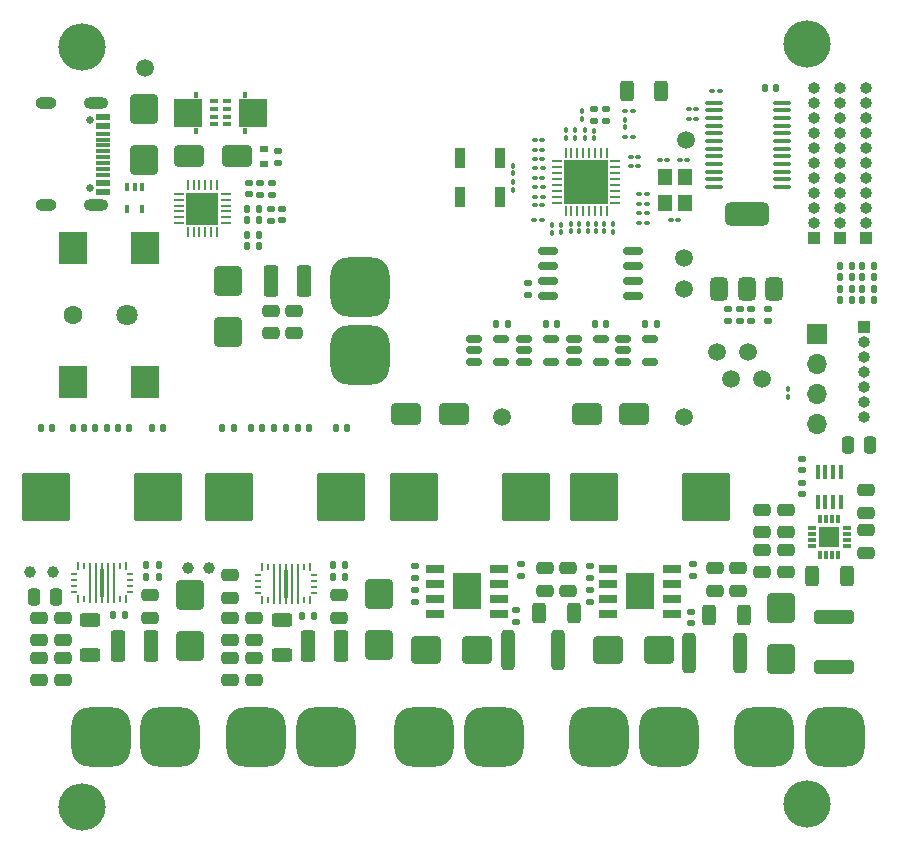
<source format=gbr>
%TF.GenerationSoftware,KiCad,Pcbnew,9.0.0*%
%TF.CreationDate,2025-08-15T19:16:38+03:00*%
%TF.ProjectId,USB-PD-Voltage-supply,5553422d-5044-42d5-966f-6c746167652d,rev?*%
%TF.SameCoordinates,Original*%
%TF.FileFunction,Soldermask,Top*%
%TF.FilePolarity,Negative*%
%FSLAX46Y46*%
G04 Gerber Fmt 4.6, Leading zero omitted, Abs format (unit mm)*
G04 Created by KiCad (PCBNEW 9.0.0) date 2025-08-15 19:16:38*
%MOMM*%
%LPD*%
G01*
G04 APERTURE LIST*
G04 Aperture macros list*
%AMRoundRect*
0 Rectangle with rounded corners*
0 $1 Rounding radius*
0 $2 $3 $4 $5 $6 $7 $8 $9 X,Y pos of 4 corners*
0 Add a 4 corners polygon primitive as box body*
4,1,4,$2,$3,$4,$5,$6,$7,$8,$9,$2,$3,0*
0 Add four circle primitives for the rounded corners*
1,1,$1+$1,$2,$3*
1,1,$1+$1,$4,$5*
1,1,$1+$1,$6,$7*
1,1,$1+$1,$8,$9*
0 Add four rect primitives between the rounded corners*
20,1,$1+$1,$2,$3,$4,$5,0*
20,1,$1+$1,$4,$5,$6,$7,0*
20,1,$1+$1,$6,$7,$8,$9,0*
20,1,$1+$1,$8,$9,$2,$3,0*%
G04 Aperture macros list end*
%ADD10RoundRect,0.250000X-0.900000X1.000000X-0.900000X-1.000000X0.900000X-1.000000X0.900000X1.000000X0*%
%ADD11RoundRect,0.100000X-0.130000X-0.100000X0.130000X-0.100000X0.130000X0.100000X-0.130000X0.100000X0*%
%ADD12C,1.500000*%
%ADD13RoundRect,0.140000X-0.140000X-0.170000X0.140000X-0.170000X0.140000X0.170000X-0.140000X0.170000X0*%
%ADD14R,0.750000X0.400000*%
%ADD15R,2.400000X2.450000*%
%ADD16R,0.400000X0.530000*%
%ADD17RoundRect,0.100000X0.130000X0.100000X-0.130000X0.100000X-0.130000X-0.100000X0.130000X-0.100000X0*%
%ADD18C,0.600000*%
%ADD19RoundRect,1.500000X-1.000000X-1.000000X1.000000X-1.000000X1.000000X1.000000X-1.000000X1.000000X0*%
%ADD20RoundRect,0.135000X0.185000X-0.135000X0.185000X0.135000X-0.185000X0.135000X-0.185000X-0.135000X0*%
%ADD21R,1.000000X1.000000*%
%ADD22O,1.000000X1.000000*%
%ADD23RoundRect,0.140000X0.140000X0.170000X-0.140000X0.170000X-0.140000X-0.170000X0.140000X-0.170000X0*%
%ADD24R,0.800000X0.300000*%
%ADD25R,0.300000X0.800000*%
%ADD26R,1.750000X1.750000*%
%ADD27RoundRect,0.150000X-0.512500X-0.150000X0.512500X-0.150000X0.512500X0.150000X-0.512500X0.150000X0*%
%ADD28RoundRect,0.135000X-0.185000X0.135000X-0.185000X-0.135000X0.185000X-0.135000X0.185000X0.135000X0*%
%ADD29RoundRect,0.250000X1.000000X0.650000X-1.000000X0.650000X-1.000000X-0.650000X1.000000X-0.650000X0*%
%ADD30RoundRect,0.135000X0.135000X0.185000X-0.135000X0.185000X-0.135000X-0.185000X0.135000X-0.185000X0*%
%ADD31RoundRect,0.100000X-0.100000X0.130000X-0.100000X-0.130000X0.100000X-0.130000X0.100000X0.130000X0*%
%ADD32RoundRect,0.147500X0.147500X0.172500X-0.147500X0.172500X-0.147500X-0.172500X0.147500X-0.172500X0*%
%ADD33R,0.900000X1.700000*%
%ADD34C,0.650000*%
%ADD35R,1.240000X0.600000*%
%ADD36R,1.240000X0.300000*%
%ADD37O,2.100000X1.000000*%
%ADD38O,1.800000X1.000000*%
%ADD39RoundRect,0.250000X-0.475000X0.250000X-0.475000X-0.250000X0.475000X-0.250000X0.475000X0.250000X0*%
%ADD40O,4.000000X4.000000*%
%ADD41C,1.000000*%
%ADD42RoundRect,0.140000X-0.170000X0.140000X-0.170000X-0.140000X0.170000X-0.140000X0.170000X0.140000X0*%
%ADD43RoundRect,0.135000X-0.135000X-0.185000X0.135000X-0.185000X0.135000X0.185000X-0.135000X0.185000X0*%
%ADD44RoundRect,0.250000X0.475000X-0.250000X0.475000X0.250000X-0.475000X0.250000X-0.475000X-0.250000X0*%
%ADD45RoundRect,0.250000X0.900000X-1.000000X0.900000X1.000000X-0.900000X1.000000X-0.900000X-1.000000X0*%
%ADD46RoundRect,0.250002X1.799998X1.799998X-1.799998X1.799998X-1.799998X-1.799998X1.799998X-1.799998X0*%
%ADD47RoundRect,0.250000X-0.375000X-1.075000X0.375000X-1.075000X0.375000X1.075000X-0.375000X1.075000X0*%
%ADD48RoundRect,0.250000X-0.625000X0.312500X-0.625000X-0.312500X0.625000X-0.312500X0.625000X0.312500X0*%
%ADD49RoundRect,0.100000X0.100000X-0.130000X0.100000X0.130000X-0.100000X0.130000X-0.100000X-0.130000X0*%
%ADD50R,1.525000X0.650000*%
%ADD51R,2.400000X3.100000*%
%ADD52RoundRect,0.100000X-0.100000X0.225000X-0.100000X-0.225000X0.100000X-0.225000X0.100000X0.225000X0*%
%ADD53RoundRect,0.375000X0.375000X-0.625000X0.375000X0.625000X-0.375000X0.625000X-0.375000X-0.625000X0*%
%ADD54RoundRect,0.500000X1.400000X-0.500000X1.400000X0.500000X-1.400000X0.500000X-1.400000X-0.500000X0*%
%ADD55RoundRect,1.500000X1.000000X-1.000000X1.000000X1.000000X-1.000000X1.000000X-1.000000X-1.000000X0*%
%ADD56RoundRect,0.250000X-0.312500X-0.625000X0.312500X-0.625000X0.312500X0.625000X-0.312500X0.625000X0*%
%ADD57R,0.600000X0.250000*%
%ADD58R,0.250000X0.650000*%
%ADD59R,0.250000X0.600000*%
%ADD60R,0.250000X3.400000*%
%ADD61R,0.250000X0.525000*%
%ADD62R,0.330000X2.350000*%
%ADD63RoundRect,0.250000X-1.000000X-0.900000X1.000000X-0.900000X1.000000X0.900000X-1.000000X0.900000X0*%
%ADD64RoundRect,0.100000X-0.637500X-0.100000X0.637500X-0.100000X0.637500X0.100000X-0.637500X0.100000X0*%
%ADD65RoundRect,0.062500X-0.350000X-0.062500X0.350000X-0.062500X0.350000X0.062500X-0.350000X0.062500X0*%
%ADD66RoundRect,0.062500X-0.062500X-0.350000X0.062500X-0.350000X0.062500X0.350000X-0.062500X0.350000X0*%
%ADD67R,2.700000X2.700000*%
%ADD68R,0.800000X0.550000*%
%ADD69RoundRect,0.250000X-0.250000X-0.475000X0.250000X-0.475000X0.250000X0.475000X-0.250000X0.475000X0*%
%ADD70RoundRect,0.250000X-1.450000X0.312500X-1.450000X-0.312500X1.450000X-0.312500X1.450000X0.312500X0*%
%ADD71RoundRect,0.250002X-1.799998X-1.799998X1.799998X-1.799998X1.799998X1.799998X-1.799998X1.799998X0*%
%ADD72RoundRect,0.140000X0.170000X-0.140000X0.170000X0.140000X-0.170000X0.140000X-0.170000X-0.140000X0*%
%ADD73RoundRect,0.162500X0.650000X0.162500X-0.650000X0.162500X-0.650000X-0.162500X0.650000X-0.162500X0*%
%ADD74RoundRect,0.250000X-1.000000X-0.650000X1.000000X-0.650000X1.000000X0.650000X-1.000000X0.650000X0*%
%ADD75RoundRect,0.250000X0.312500X1.450000X-0.312500X1.450000X-0.312500X-1.450000X0.312500X-1.450000X0*%
%ADD76RoundRect,0.250000X0.250000X0.475000X-0.250000X0.475000X-0.250000X-0.475000X0.250000X-0.475000X0*%
%ADD77RoundRect,0.147500X-0.172500X0.147500X-0.172500X-0.147500X0.172500X-0.147500X0.172500X0.147500X0*%
%ADD78RoundRect,0.250000X0.312500X0.625000X-0.312500X0.625000X-0.312500X-0.625000X0.312500X-0.625000X0*%
%ADD79R,0.450000X1.200000*%
%ADD80RoundRect,0.062500X-0.062500X0.337500X-0.062500X-0.337500X0.062500X-0.337500X0.062500X0.337500X0*%
%ADD81RoundRect,0.062500X-0.337500X0.062500X-0.337500X-0.062500X0.337500X-0.062500X0.337500X0.062500X0*%
%ADD82R,3.700000X3.700000*%
%ADD83R,1.200000X1.400000*%
%ADD84C,1.600000*%
%ADD85C,1.800000*%
%ADD86R,2.400000X2.800000*%
%ADD87R,1.700000X1.700000*%
%ADD88O,1.700000X1.700000*%
G04 APERTURE END LIST*
D10*
%TO.C,D13*%
X134400000Y-111950000D03*
X134400000Y-116250000D03*
%TD*%
D11*
%TO.C,R28*%
X176600000Y-70800000D03*
X177240000Y-70800000D03*
%TD*%
D10*
%TO.C,D14*%
X150400000Y-111850000D03*
X150400000Y-116150000D03*
%TD*%
D12*
%TO.C,TP3*%
X176200000Y-86000000D03*
%TD*%
D13*
%TO.C,C52*%
X137120000Y-97800000D03*
X138080000Y-97800000D03*
%TD*%
D14*
%TO.C,Q1*%
X136425000Y-72075000D03*
X136425000Y-71425000D03*
X136425000Y-70775000D03*
X136425000Y-70125000D03*
D15*
X134200000Y-71100000D03*
D16*
X134900000Y-72590000D03*
X134900000Y-69610000D03*
%TD*%
D17*
%TO.C,C14*%
X164240000Y-75800000D03*
X163600000Y-75800000D03*
%TD*%
D11*
%TO.C,R9*%
X163560000Y-74200000D03*
X164200000Y-74200000D03*
%TD*%
D18*
%TO.C,TP25*%
X173200000Y-123150000D03*
X173200000Y-123800000D03*
X173200000Y-124450000D03*
X173350000Y-125200000D03*
X173550000Y-122500000D03*
X173950000Y-125700000D03*
X174200000Y-122000000D03*
D19*
X174950000Y-123900000D03*
D18*
X174950000Y-125850000D03*
X175000000Y-121850000D03*
X175750000Y-122000000D03*
X176100000Y-125650000D03*
X176350000Y-122500000D03*
X176500000Y-125100000D03*
X176700000Y-123150000D03*
X176700000Y-123800000D03*
X176700000Y-124450000D03*
%TD*%
D20*
%TO.C,R53*%
X153400000Y-110510000D03*
X153400000Y-109490000D03*
%TD*%
D21*
%TO.C,J6*%
X189400000Y-81700000D03*
D22*
X189400000Y-80430000D03*
X189400000Y-79160000D03*
X189400000Y-77890000D03*
X189400000Y-76620000D03*
X189400000Y-75350000D03*
X189400000Y-74080000D03*
X189400000Y-72810000D03*
X189400000Y-71540000D03*
X189400000Y-70270000D03*
X189400000Y-69000000D03*
%TD*%
D23*
%TO.C,C27*%
X161280000Y-89000000D03*
X160320000Y-89000000D03*
%TD*%
D21*
%TO.C,J7*%
X191600000Y-81700000D03*
D22*
X191600000Y-80430000D03*
X191600000Y-79160000D03*
X191600000Y-77890000D03*
X191600000Y-76620000D03*
X191600000Y-75350000D03*
X191600000Y-74080000D03*
X191600000Y-72810000D03*
X191600000Y-71540000D03*
X191600000Y-70270000D03*
X191600000Y-69000000D03*
%TD*%
D18*
%TO.C,TP18*%
X125050000Y-123200000D03*
X125050000Y-123850000D03*
X125050000Y-124500000D03*
X125200000Y-125250000D03*
X125400000Y-122550000D03*
X125800000Y-125750000D03*
X126050000Y-122050000D03*
D19*
X126800000Y-123950000D03*
D18*
X126800000Y-125900000D03*
X126850000Y-121900000D03*
X127600000Y-122050000D03*
X127950000Y-125700000D03*
X128200000Y-122550000D03*
X128350000Y-125150000D03*
X128550000Y-123200000D03*
X128550000Y-123850000D03*
X128550000Y-124500000D03*
%TD*%
D24*
%TO.C,DA1*%
X190000000Y-107750000D03*
X190000000Y-107250000D03*
X190000000Y-106750000D03*
X190000000Y-106250000D03*
D25*
X189250000Y-105500000D03*
X188750000Y-105500000D03*
X188250000Y-105500000D03*
X187750000Y-105500000D03*
D24*
X187000000Y-106250000D03*
X187000000Y-106750000D03*
X187000000Y-107250000D03*
X187000000Y-107750000D03*
D25*
X187750000Y-108500000D03*
X188250000Y-108500000D03*
X188750000Y-108500000D03*
X189250000Y-108500000D03*
D26*
X188500000Y-107000000D03*
%TD*%
D27*
%TO.C,U7*%
X162662500Y-90250000D03*
X162662500Y-91200000D03*
X162662500Y-92150000D03*
X164937500Y-92150000D03*
X164937500Y-90250000D03*
%TD*%
D28*
%TO.C,R33*%
X140325000Y-76990000D03*
X140325000Y-78010000D03*
%TD*%
D29*
%TO.C,D8*%
X138325000Y-74750000D03*
X134325000Y-74750000D03*
%TD*%
D17*
%TO.C,R35*%
X164200000Y-78900000D03*
X163560000Y-78900000D03*
%TD*%
D30*
%TO.C,R46*%
X128910000Y-113600000D03*
X127890000Y-113600000D03*
%TD*%
D31*
%TO.C,R24*%
X168750000Y-80480000D03*
X168750000Y-81120000D03*
%TD*%
D10*
%TO.C,D1*%
X130500000Y-70750000D03*
X130500000Y-75050000D03*
%TD*%
D32*
%TO.C,D5*%
X192245000Y-85975000D03*
X191275000Y-85975000D03*
%TD*%
D11*
%TO.C,R14*%
X163520000Y-80200000D03*
X164160000Y-80200000D03*
%TD*%
D31*
%TO.C,C15*%
X165000000Y-80600000D03*
X165000000Y-81240000D03*
%TD*%
D33*
%TO.C,SW2*%
X157200000Y-78250000D03*
X160600000Y-78250000D03*
%TD*%
D32*
%TO.C,D7*%
X192245000Y-84075000D03*
X191275000Y-84075000D03*
%TD*%
D34*
%TO.C,J4*%
X125905000Y-71710000D03*
X125905000Y-77490000D03*
D35*
X127025000Y-71400000D03*
X127025000Y-72200000D03*
D36*
X127025000Y-73350000D03*
X127025000Y-74350000D03*
X127025000Y-74850000D03*
X127025000Y-75850000D03*
D35*
X127025000Y-77000000D03*
X127025000Y-77800000D03*
X127025000Y-77800000D03*
X127025000Y-77000000D03*
D36*
X127025000Y-76350000D03*
X127025000Y-75350000D03*
X127025000Y-73850000D03*
X127025000Y-72850000D03*
D35*
X127025000Y-72200000D03*
X127025000Y-71400000D03*
D37*
X126425000Y-70280000D03*
D38*
X122225000Y-70280000D03*
D37*
X126425000Y-78920000D03*
D38*
X122225000Y-78920000D03*
%TD*%
D39*
%TO.C,C59*%
X182800000Y-108100000D03*
X182800000Y-110000000D03*
%TD*%
D28*
%TO.C,R32*%
X141325000Y-76990000D03*
X141325000Y-78010000D03*
%TD*%
D40*
%TO.C,*%
X186600000Y-129619560D03*
%TD*%
D17*
%TO.C,R5*%
X173040000Y-78800000D03*
X172400000Y-78800000D03*
%TD*%
D41*
%TO.C,TP11*%
X120800000Y-110000000D03*
%TD*%
D42*
%TO.C,C7*%
X183300000Y-87734123D03*
X183300000Y-88694123D03*
%TD*%
D27*
%TO.C,U9*%
X166862500Y-90250000D03*
X166862500Y-91200000D03*
X166862500Y-92150000D03*
X169137500Y-92150000D03*
X169137500Y-90250000D03*
%TD*%
D18*
%TO.C,TP20*%
X138250000Y-123150000D03*
X138250000Y-123800000D03*
X138250000Y-124450000D03*
X138400000Y-125200000D03*
X138600000Y-122500000D03*
X139000000Y-125700000D03*
X139250000Y-122000000D03*
D19*
X140000000Y-123900000D03*
D18*
X140000000Y-125850000D03*
X140050000Y-121850000D03*
X140800000Y-122000000D03*
X141150000Y-125650000D03*
X141400000Y-122500000D03*
X141550000Y-125100000D03*
X141750000Y-123150000D03*
X141750000Y-123800000D03*
X141750000Y-124450000D03*
%TD*%
D43*
%TO.C,R42*%
X130690000Y-109400000D03*
X131710000Y-109400000D03*
%TD*%
D44*
%TO.C,C75*%
X178800000Y-111550000D03*
X178800000Y-109650000D03*
%TD*%
D45*
%TO.C,D2*%
X137600000Y-89650000D03*
X137600000Y-85350000D03*
%TD*%
D44*
%TO.C,C65*%
X182800000Y-106600000D03*
X182800000Y-104700000D03*
%TD*%
%TO.C,C78*%
X131000000Y-113850000D03*
X131000000Y-111950000D03*
%TD*%
D46*
%TO.C,L5*%
X147200000Y-103600000D03*
X137700000Y-103600000D03*
%TD*%
D47*
%TO.C,F1*%
X141217446Y-85353152D03*
X144017446Y-85353152D03*
%TD*%
D17*
%TO.C,L2*%
X174790000Y-75100000D03*
X174150000Y-75100000D03*
%TD*%
D48*
%TO.C,R50*%
X125900000Y-114037500D03*
X125900000Y-116962500D03*
%TD*%
D44*
%TO.C,C79*%
X147000000Y-113850000D03*
X147000000Y-111950000D03*
%TD*%
D23*
%TO.C,C44*%
X147680000Y-97800000D03*
X146720000Y-97800000D03*
%TD*%
D20*
%TO.C,R55*%
X168200000Y-110510000D03*
X168200000Y-109490000D03*
%TD*%
D41*
%TO.C,TP14*%
X136000000Y-109600000D03*
%TD*%
D32*
%TO.C,D4*%
X192245000Y-86925000D03*
X191275000Y-86925000D03*
%TD*%
D27*
%TO.C,U6*%
X158462500Y-90250000D03*
X158462500Y-91200000D03*
X158462500Y-92150000D03*
X160737500Y-92150000D03*
X160737500Y-90250000D03*
%TD*%
D20*
%TO.C,R39*%
X141800000Y-75310000D03*
X141800000Y-74290000D03*
%TD*%
D18*
%TO.C,TP17*%
X130900000Y-123150000D03*
X130900000Y-123800000D03*
X130900000Y-124450000D03*
X131050000Y-125200000D03*
X131250000Y-122500000D03*
X131650000Y-125700000D03*
X131900000Y-122000000D03*
D19*
X132650000Y-123900000D03*
D18*
X132650000Y-125850000D03*
X132700000Y-121850000D03*
X133450000Y-122000000D03*
X133800000Y-125650000D03*
X134050000Y-122500000D03*
X134200000Y-125100000D03*
X134400000Y-123150000D03*
X134400000Y-123800000D03*
X134400000Y-124450000D03*
%TD*%
D17*
%TO.C,R4*%
X173040000Y-79600000D03*
X172400000Y-79600000D03*
%TD*%
D30*
%TO.C,R48*%
X127310000Y-97800000D03*
X126290000Y-97800000D03*
%TD*%
D44*
%TO.C,C49*%
X191600000Y-104950000D03*
X191600000Y-103050000D03*
%TD*%
D18*
%TO.C,TP23*%
X158400000Y-123150000D03*
X158400000Y-123800000D03*
X158400000Y-124450000D03*
X158550000Y-125200000D03*
X158750000Y-122500000D03*
X159150000Y-125700000D03*
X159400000Y-122000000D03*
D19*
X160150000Y-123900000D03*
D18*
X160150000Y-125850000D03*
X160200000Y-121850000D03*
X160950000Y-122000000D03*
X161300000Y-125650000D03*
X161550000Y-122500000D03*
X161700000Y-125100000D03*
X161900000Y-123150000D03*
X161900000Y-123800000D03*
X161900000Y-124450000D03*
%TD*%
D44*
%TO.C,C68*%
X139800000Y-115750000D03*
X139800000Y-113850000D03*
%TD*%
D39*
%TO.C,C72*%
X184800000Y-108100000D03*
X184800000Y-110000000D03*
%TD*%
D31*
%TO.C,R26*%
X170150000Y-80500000D03*
X170150000Y-81140000D03*
%TD*%
D49*
%TO.C,R31*%
X161700000Y-77620000D03*
X161700000Y-76980000D03*
%TD*%
D14*
%TO.C,Q2*%
X137487090Y-70124304D03*
X137487090Y-70774304D03*
X137487090Y-71424304D03*
X137487090Y-72074304D03*
D15*
X139712090Y-71099304D03*
D16*
X139012090Y-69609304D03*
X139012090Y-72589304D03*
%TD*%
D12*
%TO.C,TP7*%
X130600000Y-67300000D03*
%TD*%
D11*
%TO.C,C18*%
X171225000Y-70900000D03*
X171865000Y-70900000D03*
%TD*%
D40*
%TO.C,*%
X125200000Y-65500000D03*
%TD*%
D44*
%TO.C,C53*%
X123600000Y-115750000D03*
X123600000Y-113850000D03*
%TD*%
%TO.C,C71*%
X180800000Y-111550000D03*
X180800000Y-109650000D03*
%TD*%
D31*
%TO.C,R7*%
X167000000Y-72560000D03*
X167000000Y-73200000D03*
%TD*%
D23*
%TO.C,C31*%
X169600000Y-89000000D03*
X168640000Y-89000000D03*
%TD*%
D47*
%TO.C,F2*%
X128300000Y-116200000D03*
X131100000Y-116200000D03*
%TD*%
D11*
%TO.C,R2*%
X172400000Y-78000000D03*
X173040000Y-78000000D03*
%TD*%
D31*
%TO.C,C17*%
X165800000Y-80560000D03*
X165800000Y-81200000D03*
%TD*%
%TO.C,R22*%
X167350000Y-80480000D03*
X167350000Y-81120000D03*
%TD*%
D32*
%TO.C,D6*%
X192245000Y-85025000D03*
X191275000Y-85025000D03*
%TD*%
D50*
%TO.C,U12*%
X160512000Y-113505000D03*
X160512000Y-112235000D03*
X160512000Y-110965000D03*
X160512000Y-109695000D03*
X155088000Y-109695000D03*
X155088000Y-110965000D03*
X155088000Y-112235000D03*
X155088000Y-113505000D03*
D51*
X157800000Y-111600000D03*
%TD*%
D44*
%TO.C,C42*%
X137800000Y-112150000D03*
X137800000Y-110250000D03*
%TD*%
D52*
%TO.C,D3*%
X130350000Y-77350000D03*
X129700000Y-77350000D03*
X129050000Y-77350000D03*
X129050000Y-79250000D03*
X130350000Y-79250000D03*
%TD*%
D12*
%TO.C,TP4*%
X182800000Y-93600000D03*
%TD*%
D53*
%TO.C,U1*%
X179200000Y-85975000D03*
X181500000Y-85975000D03*
D54*
X181500000Y-79675000D03*
D53*
X183800000Y-85975000D03*
%TD*%
D18*
%TO.C,TP16*%
X148000000Y-93350000D03*
X148650000Y-93350000D03*
X149300000Y-93350000D03*
X150050000Y-93200000D03*
X147350000Y-93000000D03*
X150550000Y-92600000D03*
X146850000Y-92350000D03*
D55*
X148750000Y-91600000D03*
D18*
X150700000Y-91600000D03*
X146700000Y-91550000D03*
X146850000Y-90800000D03*
X150500000Y-90450000D03*
X147350000Y-90200000D03*
X149950000Y-90050000D03*
X148000000Y-89850000D03*
X148650000Y-89850000D03*
X149300000Y-89850000D03*
%TD*%
D39*
%TO.C,C77*%
X141200000Y-87850000D03*
X141200000Y-89750000D03*
%TD*%
D56*
%TO.C,R58*%
X178337500Y-113600000D03*
X181262500Y-113600000D03*
%TD*%
D41*
%TO.C,TP12*%
X122800000Y-110000000D03*
%TD*%
D30*
%TO.C,R36*%
X140220000Y-79200000D03*
X139200000Y-79200000D03*
%TD*%
D28*
%TO.C,R38*%
X141200000Y-79200000D03*
X141200000Y-80220000D03*
%TD*%
D31*
%TO.C,R25*%
X169450000Y-80480000D03*
X169450000Y-81120000D03*
%TD*%
D57*
%TO.C,U10*%
X129325000Y-111615000D03*
X129325000Y-111115000D03*
X129325000Y-110615000D03*
X129325000Y-110115000D03*
D58*
X128965000Y-109490000D03*
D59*
X128465000Y-109465000D03*
D60*
X127965000Y-110865000D03*
X127465000Y-110865000D03*
D61*
X126925000Y-109427000D03*
D60*
X126385000Y-110865000D03*
X125885000Y-110865000D03*
D59*
X125385000Y-109465000D03*
D58*
X124885000Y-109490000D03*
D57*
X124525000Y-110115000D03*
X124525000Y-110615000D03*
X124525000Y-111115000D03*
X124525000Y-111615000D03*
D58*
X124885000Y-112240000D03*
D59*
X125385000Y-112265000D03*
X128465000Y-112265000D03*
D58*
X128965000Y-112240000D03*
D62*
X126925000Y-110865000D03*
D61*
X126925000Y-112303000D03*
%TD*%
D63*
%TO.C,D16*%
X154350000Y-116600000D03*
X158650000Y-116600000D03*
%TD*%
D11*
%TO.C,R29*%
X176600000Y-71600000D03*
X177240000Y-71600000D03*
%TD*%
D64*
%TO.C,U4*%
X178737500Y-70225000D03*
X178737500Y-70875000D03*
X178737500Y-71525000D03*
X178737500Y-72175000D03*
X178737500Y-72825000D03*
X178737500Y-73475000D03*
X178737500Y-74125000D03*
X178737500Y-74775000D03*
X178737500Y-75425000D03*
X178737500Y-76075000D03*
X178737500Y-76725000D03*
X178737500Y-77375000D03*
X184462500Y-77375000D03*
X184462500Y-76725000D03*
X184462500Y-76075000D03*
X184462500Y-75425000D03*
X184462500Y-74775000D03*
X184462500Y-74125000D03*
X184462500Y-73475000D03*
X184462500Y-72825000D03*
X184462500Y-72175000D03*
X184462500Y-71525000D03*
X184462500Y-70875000D03*
X184462500Y-70225000D03*
%TD*%
D28*
%TO.C,R45*%
X177000000Y-109290000D03*
X177000000Y-110310000D03*
%TD*%
D57*
%TO.C,U11*%
X144900000Y-111700000D03*
X144900000Y-111200000D03*
X144900000Y-110700000D03*
X144900000Y-110200000D03*
D58*
X144540000Y-109575000D03*
D59*
X144040000Y-109550000D03*
D60*
X143540000Y-110950000D03*
X143040000Y-110950000D03*
D61*
X142500000Y-109512000D03*
D60*
X141960000Y-110950000D03*
X141460000Y-110950000D03*
D59*
X140960000Y-109550000D03*
D58*
X140460000Y-109575000D03*
D57*
X140100000Y-110200000D03*
X140100000Y-110700000D03*
X140100000Y-111200000D03*
X140100000Y-111700000D03*
D58*
X140460000Y-112325000D03*
D59*
X140960000Y-112350000D03*
X144040000Y-112350000D03*
D58*
X144540000Y-112325000D03*
D62*
X142500000Y-110950000D03*
D61*
X142500000Y-112388000D03*
%TD*%
D42*
%TO.C,C12*%
X181900000Y-87734123D03*
X181900000Y-88694123D03*
%TD*%
D65*
%TO.C,U3*%
X133462500Y-77937500D03*
X133462500Y-78437500D03*
X133462500Y-78937500D03*
X133462500Y-79437500D03*
X133462500Y-79937500D03*
X133462500Y-80437500D03*
D66*
X134175000Y-81150000D03*
X134675000Y-81150000D03*
X135175000Y-81150000D03*
X135675000Y-81150000D03*
X136175000Y-81150000D03*
X136675000Y-81150000D03*
D65*
X137387500Y-80437500D03*
X137387500Y-79937500D03*
X137387500Y-79437500D03*
X137387500Y-78937500D03*
X137387500Y-78437500D03*
X137387500Y-77937500D03*
D66*
X136675000Y-77225000D03*
X136175000Y-77225000D03*
X135675000Y-77225000D03*
X135175000Y-77225000D03*
X134675000Y-77225000D03*
X134175000Y-77225000D03*
D67*
X135425000Y-79187500D03*
%TD*%
D28*
%TO.C,R44*%
X162400000Y-109290000D03*
X162400000Y-110310000D03*
%TD*%
D68*
%TO.C,D9*%
X140600000Y-74162500D03*
X140600000Y-75412500D03*
%TD*%
D69*
%TO.C,C3*%
X190050000Y-99200000D03*
X191950000Y-99200000D03*
%TD*%
D12*
%TO.C,TP6*%
X178984913Y-91344611D03*
%TD*%
D11*
%TO.C,R27*%
X178600000Y-69200000D03*
X179240000Y-69200000D03*
%TD*%
D44*
%TO.C,C66*%
X121600000Y-115750000D03*
X121600000Y-113850000D03*
%TD*%
D30*
%TO.C,R19*%
X190387500Y-85025000D03*
X189367500Y-85025000D03*
%TD*%
D44*
%TO.C,C74*%
X164400000Y-111550000D03*
X164400000Y-109650000D03*
%TD*%
D30*
%TO.C,R20*%
X190387500Y-84075000D03*
X189367500Y-84075000D03*
%TD*%
D42*
%TO.C,C10*%
X180900000Y-87734123D03*
X180900000Y-88694123D03*
%TD*%
D43*
%TO.C,R37*%
X139200000Y-80200000D03*
X140220000Y-80200000D03*
%TD*%
D70*
%TO.C,F4*%
X188900000Y-113762500D03*
X188900000Y-118037500D03*
%TD*%
D21*
%TO.C,J5*%
X187200000Y-81700000D03*
D22*
X187200000Y-80430000D03*
X187200000Y-79160000D03*
X187200000Y-77890000D03*
X187200000Y-76620000D03*
X187200000Y-75350000D03*
X187200000Y-74080000D03*
X187200000Y-72810000D03*
X187200000Y-71540000D03*
X187200000Y-70270000D03*
X187200000Y-69000000D03*
%TD*%
D49*
%TO.C,L3*%
X171200000Y-72320000D03*
X171200000Y-71680000D03*
%TD*%
D12*
%TO.C,TP2*%
X176200000Y-83400000D03*
%TD*%
D39*
%TO.C,C73*%
X143200000Y-87850000D03*
X143200000Y-89750000D03*
%TD*%
D49*
%TO.C,R34*%
X166200000Y-73200000D03*
X166200000Y-72560000D03*
%TD*%
D71*
%TO.C,L7*%
X168550000Y-103600000D03*
X178050000Y-103600000D03*
%TD*%
D39*
%TO.C,C58*%
X139800000Y-117250000D03*
X139800000Y-119150000D03*
%TD*%
D20*
%TO.C,R52*%
X153400000Y-112510000D03*
X153400000Y-111490000D03*
%TD*%
D11*
%TO.C,R8*%
X163560000Y-73400000D03*
X164200000Y-73400000D03*
%TD*%
D40*
%TO.C,*%
X125200000Y-129869560D03*
%TD*%
D42*
%TO.C,C56*%
X176800000Y-113320000D03*
X176800000Y-114280000D03*
%TD*%
D72*
%TO.C,C36*%
X186200000Y-101360000D03*
X186200000Y-100400000D03*
%TD*%
D73*
%TO.C,U5*%
X171862500Y-86555000D03*
X171862500Y-85285000D03*
X171862500Y-84015000D03*
X171862500Y-82745000D03*
X164687500Y-82745000D03*
X164687500Y-84015000D03*
X164687500Y-85285000D03*
X164687500Y-86555000D03*
%TD*%
D50*
%TO.C,U13*%
X175200000Y-113505000D03*
X175200000Y-112235000D03*
X175200000Y-110965000D03*
X175200000Y-109695000D03*
X169776000Y-109695000D03*
X169776000Y-110965000D03*
X169776000Y-112235000D03*
X169776000Y-113505000D03*
D51*
X172488000Y-111600000D03*
%TD*%
D42*
%TO.C,C11*%
X179900000Y-87734123D03*
X179900000Y-88694123D03*
%TD*%
D74*
%TO.C,D11*%
X168000000Y-96600000D03*
X172000000Y-96600000D03*
%TD*%
D43*
%TO.C,R41*%
X146490000Y-110400000D03*
X147510000Y-110400000D03*
%TD*%
D23*
%TO.C,C67*%
X125400000Y-97800000D03*
X124440000Y-97800000D03*
%TD*%
D74*
%TO.C,D10*%
X152700000Y-96600000D03*
X156700000Y-96600000D03*
%TD*%
D18*
%TO.C,TP22*%
X181250000Y-123200000D03*
X181250000Y-123850000D03*
X181250000Y-124500000D03*
X181400000Y-125250000D03*
X181600000Y-122550000D03*
X182000000Y-125750000D03*
X182250000Y-122050000D03*
D19*
X183000000Y-123950000D03*
D18*
X183000000Y-125900000D03*
X183050000Y-121900000D03*
X183800000Y-122050000D03*
X184150000Y-125700000D03*
X184400000Y-122550000D03*
X184550000Y-125150000D03*
X184750000Y-123200000D03*
X184750000Y-123850000D03*
X184750000Y-124500000D03*
%TD*%
D41*
%TO.C,TP13*%
X134200000Y-109600000D03*
%TD*%
D44*
%TO.C,C76*%
X184800000Y-106600000D03*
X184800000Y-104700000D03*
%TD*%
D42*
%TO.C,C29*%
X142200000Y-79240000D03*
X142200000Y-80200000D03*
%TD*%
D47*
%TO.C,F3*%
X144400000Y-116200000D03*
X147200000Y-116200000D03*
%TD*%
D23*
%TO.C,C43*%
X132080000Y-97800000D03*
X131120000Y-97800000D03*
%TD*%
D18*
%TO.C,TP15*%
X148050000Y-87600000D03*
X148700000Y-87600000D03*
X149350000Y-87600000D03*
X150100000Y-87450000D03*
X147400000Y-87250000D03*
X150600000Y-86850000D03*
X146900000Y-86600000D03*
D55*
X148800000Y-85850000D03*
D18*
X150750000Y-85850000D03*
X146750000Y-85800000D03*
X146900000Y-85050000D03*
X150550000Y-84700000D03*
X147400000Y-84450000D03*
X150000000Y-84300000D03*
X148050000Y-84100000D03*
X148700000Y-84100000D03*
X149350000Y-84100000D03*
%TD*%
D11*
%TO.C,R13*%
X163600000Y-78200000D03*
X164240000Y-78200000D03*
%TD*%
D42*
%TO.C,C55*%
X162000000Y-113200000D03*
X162000000Y-114160000D03*
%TD*%
D56*
%TO.C,R57*%
X163937500Y-113466430D03*
X166862500Y-113466430D03*
%TD*%
D75*
%TO.C,F6*%
X180937500Y-116800000D03*
X176662500Y-116800000D03*
%TD*%
D23*
%TO.C,C30*%
X173880000Y-89000000D03*
X172920000Y-89000000D03*
%TD*%
D39*
%TO.C,C62*%
X137800000Y-117250000D03*
X137800000Y-119150000D03*
%TD*%
D18*
%TO.C,TP24*%
X152450000Y-123150000D03*
X152450000Y-123800000D03*
X152450000Y-124450000D03*
X152600000Y-125200000D03*
X152800000Y-122500000D03*
X153200000Y-125700000D03*
X153450000Y-122000000D03*
D19*
X154200000Y-123900000D03*
D18*
X154200000Y-125850000D03*
X154250000Y-121850000D03*
X155000000Y-122000000D03*
X155350000Y-125650000D03*
X155600000Y-122500000D03*
X155750000Y-125100000D03*
X155950000Y-123150000D03*
X155950000Y-123800000D03*
X155950000Y-124450000D03*
%TD*%
%TO.C,TP21*%
X187200000Y-123150000D03*
X187200000Y-123800000D03*
X187200000Y-124450000D03*
X187350000Y-125200000D03*
X187550000Y-122500000D03*
X187950000Y-125700000D03*
X188200000Y-122000000D03*
D19*
X188950000Y-123900000D03*
D18*
X188950000Y-125850000D03*
X189000000Y-121850000D03*
X189750000Y-122000000D03*
X190100000Y-125650000D03*
X190350000Y-122500000D03*
X190500000Y-125100000D03*
X190700000Y-123150000D03*
X190700000Y-123800000D03*
X190700000Y-124450000D03*
%TD*%
D44*
%TO.C,C54*%
X137800000Y-115750000D03*
X137800000Y-113850000D03*
%TD*%
D11*
%TO.C,C9*%
X171680000Y-74800000D03*
X172320000Y-74800000D03*
%TD*%
D31*
%TO.C,R30*%
X161700000Y-75555000D03*
X161700000Y-76195000D03*
%TD*%
D30*
%TO.C,R49*%
X142510000Y-97800000D03*
X141490000Y-97800000D03*
%TD*%
D11*
%TO.C,C16*%
X171230000Y-73100000D03*
X171870000Y-73100000D03*
%TD*%
D30*
%TO.C,R47*%
X144910000Y-113700000D03*
X143890000Y-113700000D03*
%TD*%
D13*
%TO.C,C51*%
X121720000Y-97800000D03*
X122680000Y-97800000D03*
%TD*%
D31*
%TO.C,R23*%
X168050000Y-80480000D03*
X168050000Y-81120000D03*
%TD*%
D23*
%TO.C,C69*%
X140480000Y-97800000D03*
X139520000Y-97800000D03*
%TD*%
D43*
%TO.C,R16*%
X139180000Y-82400000D03*
X140200000Y-82400000D03*
%TD*%
D33*
%TO.C,SW1*%
X160600000Y-74950000D03*
X157200000Y-74950000D03*
%TD*%
D63*
%TO.C,D17*%
X169750000Y-116600000D03*
X174050000Y-116600000D03*
%TD*%
D72*
%TO.C,C60*%
X186200000Y-103360000D03*
X186200000Y-102400000D03*
%TD*%
D12*
%TO.C,TP9*%
X160800000Y-96800000D03*
%TD*%
D76*
%TO.C,C41*%
X123053911Y-112054919D03*
X121153911Y-112054919D03*
%TD*%
D27*
%TO.C,U8*%
X171062500Y-90250000D03*
X171062500Y-91200000D03*
X171062500Y-92150000D03*
X173337500Y-92150000D03*
X173337500Y-90250000D03*
%TD*%
D40*
%TO.C,*%
X186600000Y-65250000D03*
%TD*%
D44*
%TO.C,C70*%
X166400000Y-111550000D03*
X166400000Y-109650000D03*
%TD*%
D39*
%TO.C,C50*%
X191600000Y-106450000D03*
X191600000Y-108350000D03*
%TD*%
D31*
%TO.C,R21*%
X166650000Y-80480000D03*
X166650000Y-81120000D03*
%TD*%
D48*
%TO.C,R51*%
X142200000Y-114037500D03*
X142200000Y-116962500D03*
%TD*%
D13*
%TO.C,C64*%
X143520000Y-97800000D03*
X144480000Y-97800000D03*
%TD*%
D77*
%TO.C,L1*%
X169600000Y-70790000D03*
X169600000Y-71760000D03*
%TD*%
D75*
%TO.C,F5*%
X165537500Y-116600000D03*
X161262500Y-116600000D03*
%TD*%
D30*
%TO.C,R17*%
X190397500Y-85975000D03*
X189377500Y-85975000D03*
%TD*%
D18*
%TO.C,TP26*%
X167250000Y-123150000D03*
X167250000Y-123800000D03*
X167250000Y-124450000D03*
X167400000Y-125200000D03*
X167600000Y-122500000D03*
X168000000Y-125700000D03*
X168250000Y-122000000D03*
D19*
X169000000Y-123900000D03*
D18*
X169000000Y-125850000D03*
X169050000Y-121850000D03*
X169800000Y-122000000D03*
X170150000Y-125650000D03*
X170400000Y-122500000D03*
X170550000Y-125100000D03*
X170750000Y-123150000D03*
X170750000Y-123800000D03*
X170750000Y-124450000D03*
%TD*%
D12*
%TO.C,TP5*%
X180200000Y-93600000D03*
%TD*%
D23*
%TO.C,C13*%
X184000000Y-69000000D03*
X183040000Y-69000000D03*
%TD*%
D11*
%TO.C,R11*%
X163600000Y-77400000D03*
X164240000Y-77400000D03*
%TD*%
D31*
%TO.C,R6*%
X167800000Y-72560000D03*
X167800000Y-73200000D03*
%TD*%
D18*
%TO.C,TP19*%
X144150000Y-123150000D03*
X144150000Y-123800000D03*
X144150000Y-124450000D03*
X144300000Y-125200000D03*
X144500000Y-122500000D03*
X144900000Y-125700000D03*
X145150000Y-122000000D03*
D19*
X145900000Y-123900000D03*
D18*
X145900000Y-125850000D03*
X145950000Y-121850000D03*
X146700000Y-122000000D03*
X147050000Y-125650000D03*
X147300000Y-122500000D03*
X147450000Y-125100000D03*
X147650000Y-123150000D03*
X147650000Y-123800000D03*
X147650000Y-124450000D03*
%TD*%
D71*
%TO.C,L6*%
X153300000Y-103600000D03*
X162800000Y-103600000D03*
%TD*%
D43*
%TO.C,R40*%
X130690000Y-110400000D03*
X131710000Y-110400000D03*
%TD*%
D72*
%TO.C,C26*%
X163000000Y-86480000D03*
X163000000Y-85520000D03*
%TD*%
D12*
%TO.C,TP10*%
X176200000Y-96800000D03*
%TD*%
D78*
%TO.C,AE1*%
X174262500Y-69200000D03*
X171337500Y-69200000D03*
%TD*%
D17*
%TO.C,C1*%
X175720000Y-80200000D03*
X175080000Y-80200000D03*
%TD*%
D79*
%TO.C,DD1*%
X187525000Y-104000000D03*
X188175000Y-104000000D03*
X188825000Y-104000000D03*
X189475000Y-104000000D03*
X189475000Y-101500000D03*
X188825000Y-101500000D03*
X188175000Y-101500000D03*
X187525000Y-101500000D03*
%TD*%
D42*
%TO.C,C25*%
X139350000Y-77015000D03*
X139350000Y-77975000D03*
%TD*%
D21*
%TO.C,J2*%
X191400000Y-89250000D03*
D22*
X191400000Y-90520000D03*
X191400000Y-91790000D03*
X191400000Y-93060000D03*
X191400000Y-94330000D03*
X191400000Y-95600000D03*
X191400000Y-96870000D03*
%TD*%
D11*
%TO.C,R10*%
X163560000Y-76600000D03*
X164200000Y-76600000D03*
%TD*%
D12*
%TO.C,TP8*%
X176400000Y-73400000D03*
%TD*%
D42*
%TO.C,C2*%
X168600000Y-70795000D03*
X168600000Y-71755000D03*
%TD*%
D30*
%TO.C,R15*%
X190397500Y-86920000D03*
X189377500Y-86920000D03*
%TD*%
D13*
%TO.C,C63*%
X128240000Y-97800000D03*
X129200000Y-97800000D03*
%TD*%
D80*
%TO.C,U2*%
X169675000Y-74500000D03*
X169175000Y-74500000D03*
X168675000Y-74500000D03*
X168175000Y-74500000D03*
X167675000Y-74500000D03*
X167175000Y-74500000D03*
X166675000Y-74500000D03*
X166175000Y-74500000D03*
D81*
X165475000Y-75200000D03*
X165475000Y-75700000D03*
X165475000Y-76200000D03*
X165475000Y-76700000D03*
X165475000Y-77200000D03*
X165475000Y-77700000D03*
X165475000Y-78200000D03*
X165475000Y-78700000D03*
D80*
X166175000Y-79400000D03*
X166675000Y-79400000D03*
X167175000Y-79400000D03*
X167675000Y-79400000D03*
X168175000Y-79400000D03*
X168675000Y-79400000D03*
X169175000Y-79400000D03*
X169675000Y-79400000D03*
D81*
X170375000Y-78700000D03*
X170375000Y-78200000D03*
X170375000Y-77700000D03*
X170375000Y-77200000D03*
X170375000Y-76700000D03*
X170375000Y-76200000D03*
X170375000Y-75700000D03*
X170375000Y-75200000D03*
D82*
X167925000Y-76950000D03*
%TD*%
D83*
%TO.C,Y1*%
X176250000Y-78700000D03*
X176250000Y-76500000D03*
X174550000Y-76500000D03*
X174550000Y-78700000D03*
%TD*%
D43*
%TO.C,R43*%
X146490000Y-109400000D03*
X147510000Y-109400000D03*
%TD*%
D46*
%TO.C,L4*%
X131650000Y-103600000D03*
X122150000Y-103600000D03*
%TD*%
D45*
%TO.C,D15*%
X184400000Y-117350000D03*
X184400000Y-113050000D03*
%TD*%
D84*
%TO.C,J1*%
X124500000Y-88200000D03*
D85*
X129000000Y-88200000D03*
D86*
X124500000Y-93900000D03*
X130600000Y-93900000D03*
X124500000Y-82500000D03*
X130600000Y-82500000D03*
%TD*%
D49*
%TO.C,R3*%
X185000000Y-95120000D03*
X185000000Y-94480000D03*
%TD*%
D39*
%TO.C,C57*%
X121600000Y-117250000D03*
X121600000Y-119150000D03*
%TD*%
%TO.C,C61*%
X123600000Y-117250000D03*
X123600000Y-119150000D03*
%TD*%
D49*
%TO.C,C6*%
X168600000Y-73240000D03*
X168600000Y-72600000D03*
%TD*%
D87*
%TO.C,J3*%
X187425000Y-89800000D03*
D88*
X187425000Y-92340000D03*
X187425000Y-94880000D03*
X187425000Y-97420000D03*
%TD*%
D31*
%TO.C,C4*%
X167600000Y-70960000D03*
X167600000Y-71600000D03*
%TD*%
D20*
%TO.C,R54*%
X168200000Y-112510000D03*
X168200000Y-111490000D03*
%TD*%
D11*
%TO.C,C5*%
X175830000Y-75100000D03*
X176470000Y-75100000D03*
%TD*%
D23*
%TO.C,C28*%
X165480000Y-89000000D03*
X164520000Y-89000000D03*
%TD*%
D11*
%TO.C,R12*%
X163560000Y-75000000D03*
X164200000Y-75000000D03*
%TD*%
%TO.C,R1*%
X172400000Y-80400000D03*
X173040000Y-80400000D03*
%TD*%
D43*
%TO.C,R18*%
X139200000Y-81400000D03*
X140220000Y-81400000D03*
%TD*%
D12*
%TO.C,TP1*%
X181584913Y-91344611D03*
%TD*%
D11*
%TO.C,C8*%
X171680000Y-75600000D03*
X172320000Y-75600000D03*
%TD*%
D56*
%TO.C,R56*%
X187037500Y-110300000D03*
X189962500Y-110300000D03*
%TD*%
M02*

</source>
